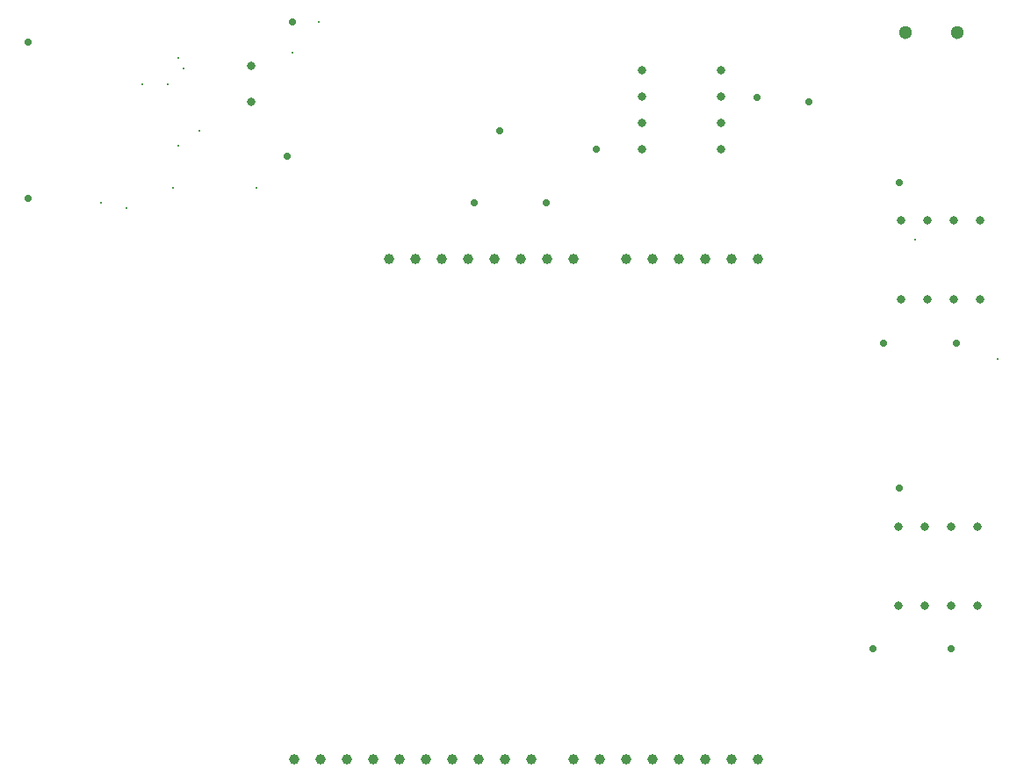
<source format=gbr>
%TF.GenerationSoftware,KiCad,Pcbnew,8.0.8*%
%TF.CreationDate,2025-03-06T15:40:04+05:30*%
%TF.ProjectId,bandara_ckt_pcb_naveen,62616e64-6172-4615-9f63-6b745f706362,v1*%
%TF.SameCoordinates,Original*%
%TF.FileFunction,Plated,1,2,PTH,Drill*%
%TF.FilePolarity,Positive*%
%FSLAX46Y46*%
G04 Gerber Fmt 4.6, Leading zero omitted, Abs format (unit mm)*
G04 Created by KiCad (PCBNEW 8.0.8) date 2025-03-06 15:40:04*
%MOMM*%
%LPD*%
G01*
G04 APERTURE LIST*
%TA.AperFunction,ViaDrill*%
%ADD10C,0.300000*%
%TD*%
%TA.AperFunction,ComponentDrill*%
%ADD11C,0.700000*%
%TD*%
%TA.AperFunction,ComponentDrill*%
%ADD12C,0.800000*%
%TD*%
%TA.AperFunction,ComponentDrill*%
%ADD13C,0.812800*%
%TD*%
%TA.AperFunction,ComponentDrill*%
%ADD14C,1.000000*%
%TD*%
%TA.AperFunction,ComponentDrill*%
%ADD15C,1.300000*%
%TD*%
G04 APERTURE END LIST*
D10*
X53500000Y-67000000D03*
X56000000Y-67500000D03*
X57500000Y-55500000D03*
X60000000Y-55500000D03*
X60500000Y-65500000D03*
X61000000Y-53000000D03*
X61000000Y-61500000D03*
X61500000Y-54000000D03*
X63000000Y-60000000D03*
X68500000Y-65500000D03*
X72000000Y-52500000D03*
X74500000Y-49500000D03*
X132000000Y-70500000D03*
X140000000Y-82000000D03*
D11*
%TO.C,TP3*%
X46500000Y-51500000D03*
%TO.C,TP4*%
X46500000Y-66500000D03*
%TO.C,TP9*%
X71500000Y-62500000D03*
%TO.C,TP10*%
X72000000Y-49500000D03*
%TO.C,TP2*%
X89500000Y-67000000D03*
%TO.C,TP5*%
X92000000Y-60000000D03*
%TO.C,TP1*%
X96500000Y-67000000D03*
%TO.C,TP6*%
X101310000Y-61770000D03*
%TO.C,TP8*%
X116810000Y-56770000D03*
%TO.C,TP7*%
X121810000Y-57270000D03*
%TO.C,TP15*%
X128000000Y-110000000D03*
%TO.C,TP13*%
X129000000Y-80500000D03*
%TO.C,TP11*%
X130500000Y-65000000D03*
%TO.C,TP16*%
X130500000Y-94500000D03*
%TO.C,TP14*%
X135500000Y-110000000D03*
%TO.C,TP12*%
X136000000Y-80500000D03*
D12*
%TO.C,C6*%
X68000000Y-53750000D03*
X68000000Y-57250000D03*
D13*
%TO.C,U3*%
X105690000Y-54190000D03*
X105690000Y-56730000D03*
X105690000Y-59270000D03*
X105690000Y-61810000D03*
X113310000Y-54190000D03*
X113310000Y-56730000D03*
X113310000Y-59270000D03*
X113310000Y-61810000D03*
%TO.C,U6*%
X130420000Y-98190000D03*
X130420000Y-105810000D03*
%TO.C,U5*%
X130690000Y-68690000D03*
X130690000Y-76310000D03*
%TO.C,U6*%
X132960000Y-98190000D03*
X132960000Y-105810000D03*
%TO.C,U5*%
X133230000Y-68690000D03*
X133230000Y-76310000D03*
%TO.C,U6*%
X135500000Y-98190000D03*
X135500000Y-105810000D03*
%TO.C,U5*%
X135770000Y-68690000D03*
X135770000Y-76310000D03*
%TO.C,U6*%
X138040000Y-98190000D03*
X138040000Y-105810000D03*
%TO.C,U5*%
X138310000Y-68690000D03*
X138310000Y-76310000D03*
D14*
%TO.C,A1*%
X72185000Y-120630000D03*
X74725000Y-120630000D03*
X77265000Y-120630000D03*
X79805000Y-120630000D03*
X81325000Y-72370000D03*
X82345000Y-120630000D03*
X83865000Y-72370000D03*
X84885000Y-120630000D03*
X86405000Y-72370000D03*
X87425000Y-120630000D03*
X88945000Y-72370000D03*
X89965000Y-120630000D03*
X91485000Y-72370000D03*
X92505000Y-120630000D03*
X94025000Y-72370000D03*
X95045000Y-120630000D03*
X96565000Y-72370000D03*
X99105000Y-72370000D03*
X99105000Y-120630000D03*
X101645000Y-120630000D03*
X104185000Y-72370000D03*
X104185000Y-120630000D03*
X106725000Y-72370000D03*
X106725000Y-120630000D03*
X109265000Y-72370000D03*
X109265000Y-120630000D03*
X111805000Y-72370000D03*
X111805000Y-120630000D03*
X114345000Y-72370000D03*
X114345000Y-120630000D03*
X116885000Y-72370000D03*
X116885000Y-120630000D03*
D15*
%TO.C,J1*%
X131052500Y-50500000D03*
X136052500Y-50500000D03*
M02*

</source>
